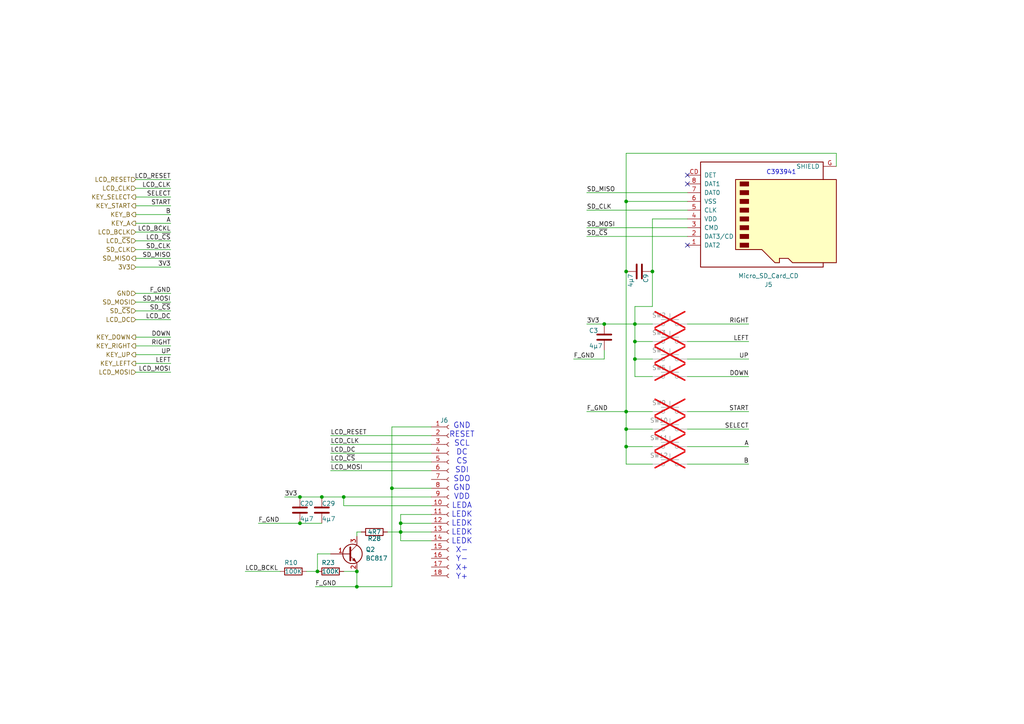
<source format=kicad_sch>
(kicad_sch (version 20231120) (generator "eeschema") (generator_version "8.0")
  (paper "A4")
  (lib_symbols
    (symbol "Connector:Conn_01x18_Socket" (pin_names (offset 1.016) hide)
      (property "Reference" "J" (at 0 22.86 0))
      (property "Value" "Conn_01x18_Socket" (at 0 -25.4 0))
      (symbol "Conn_01x18_Socket_1_1"
        (arc (start 0 -22.352) (mid -0.5058 -22.86) (end 0 -23.368) (stroke (width 0.1524)))
        (arc (start 0 -19.812) (mid -0.5058 -20.32) (end 0 -20.828) (stroke (width 0.1524)))
        (arc (start 0 -17.272) (mid -0.5058 -17.78) (end 0 -18.288) (stroke (width 0.1524)))
        (arc (start 0 -14.732) (mid -0.5058 -15.24) (end 0 -15.748) (stroke (width 0.1524)))
        (arc (start 0 -12.192) (mid -0.5058 -12.7) (end 0 -13.208) (stroke (width 0.1524)))
        (arc (start 0 -9.652) (mid -0.5058 -10.16) (end 0 -10.668) (stroke (width 0.1524)))
        (arc (start 0 -7.112) (mid -0.5058 -7.62) (end 0 -8.128) (stroke (width 0.1524)))
        (arc (start 0 -4.572) (mid -0.5058 -5.08) (end 0 -5.588) (stroke (width 0.1524)))
        (arc (start 0 -2.032) (mid -0.5058 -2.54) (end 0 -3.048) (stroke (width 0.1524)))
        (polyline (pts (xy -1.27 -22.86) (xy -0.508 -22.86)) (stroke (width 0.1524)))
        (polyline (pts (xy -1.27 -20.32) (xy -0.508 -20.32)) (stroke (width 0.1524)))
        (polyline (pts (xy -1.27 -17.78) (xy -0.508 -17.78)) (stroke (width 0.1524)))
        (polyline (pts (xy -1.27 -15.24) (xy -0.508 -15.24)) (stroke (width 0.1524)))
        (polyline (pts (xy -1.27 -12.7) (xy -0.508 -12.7)) (stroke (width 0.1524)))
        (polyline (pts (xy -1.27 -10.16) (xy -0.508 -10.16)) (stroke (width 0.1524)))
        (polyline (pts (xy -1.27 -7.62) (xy -0.508 -7.62)) (stroke (width 0.1524)))
        (polyline (pts (xy -1.27 -5.08) (xy -0.508 -5.08)) (stroke (width 0.1524)))
        (polyline (pts (xy -1.27 -2.54) (xy -0.508 -2.54)) (stroke (width 0.1524)))
        (polyline (pts (xy -1.27 0) (xy -0.508 0)) (stroke (width 0.1524)))
        (polyline (pts (xy -1.27 2.54) (xy -0.508 2.54)) (stroke (width 0.1524)))
        (polyline (pts (xy -1.27 5.08) (xy -0.508 5.08)) (stroke (width 0.1524)))
        (polyline (pts (xy -1.27 7.62) (xy -0.508 7.62)) (stroke (width 0.1524)))
        (polyline (pts (xy -1.27 10.16) (xy -0.508 10.16)) (stroke (width 0.1524)))
        (polyline (pts (xy -1.27 12.7) (xy -0.508 12.7)) (stroke (width 0.1524)))
        (polyline (pts (xy -1.27 15.24) (xy -0.508 15.24)) (stroke (width 0.1524)))
        (polyline (pts (xy -1.27 17.78) (xy -0.508 17.78)) (stroke (width 0.1524)))
        (polyline (pts (xy -1.27 20.32) (xy -0.508 20.32)) (stroke (width 0.1524)))
        (arc (start 0 0.508) (mid -0.5058 0) (end 0 -0.508) (stroke (width 0.1524)))
        (arc (start 0 3.048) (mid -0.5058 2.54) (end 0 2.032) (stroke (width 0.1524)))
        (arc (start 0 5.588) (mid -0.5058 5.08) (end 0 4.572) (stroke (width 0.1524)))
        (arc (start 0 8.128) (mid -0.5058 7.62) (end 0 7.112) (stroke (width 0.1524)))
        (arc (start 0 10.668) (mid -0.5058 10.16) (end 0 9.652) (stroke (width 0.1524)))
        (arc (start 0 13.208) (mid -0.5058 12.7) (end 0 12.192) (stroke (width 0.1524)))
        (arc (start 0 15.748) (mid -0.5058 15.24) (end 0 14.732) (stroke (width 0.1524)))
        (arc (start 0 18.288) (mid -0.5058 17.78) (end 0 17.272) (stroke (width 0.1524)))
        (arc (start 0 20.828) (mid -0.5058 20.32) (end 0 19.812) (stroke (width 0.1524)))
        (pin passive line (at -5.08 20.32 0) (length 3.81) (name "Pin_1") (number "1"))
        (pin passive line (at -5.08 -2.54 0) (length 3.81) (name "Pin_10") (number "10"))
        (pin passive line (at -5.08 -5.08 0) (length 3.81) (name "Pin_11") (number "11"))
        (pin passive line (at -5.08 -7.62 0) (length 3.81) (name "Pin_12") (number "12"))
        (pin passive line (at -5.08 -10.16 0) (length 3.81) (name "Pin_13") (number "13"))
        (pin passive line (at -5.08 -12.7 0) (length 3.81) (name "Pin_14") (number "14"))
        (pin passive line (at -5.08 -15.24 0) (length 3.81) (name "Pin_15") (number "15"))
        (pin passive line (at -5.08 -17.78 0) (length 3.81) (name "Pin_16") (number "16"))
        (pin passive line (at -5.08 -20.32 0) (length 3.81) (name "Pin_17") (number "17"))
        (pin passive line (at -5.08 -22.86 0) (length 3.81) (name "Pin_18") (number "18"))
        (pin passive line (at -5.08 17.78 0) (length 3.81) (name "Pin_2") (number "2"))
        (pin passive line (at -5.08 15.24 0) (length 3.81) (name "Pin_3") (number "3"))
        (pin passive line (at -5.08 12.7 0) (length 3.81) (name "Pin_4") (number "4"))
        (pin passive line (at -5.08 10.16 0) (length 3.81) (name "Pin_5") (number "5"))
        (pin passive line (at -5.08 7.62 0) (length 3.81) (name "Pin_6") (number "6"))
        (pin passive line (at -5.08 5.08 0) (length 3.81) (name "Pin_7") (number "7"))
        (pin passive line (at -5.08 2.54 0) (length 3.81) (name "Pin_8") (number "8"))
        (pin passive line (at -5.08 0 0) (length 3.81) (name "Pin_9") (number "9"))
      )
    )
    (symbol "Device:C" (pin_numbers hide) (pin_names (offset 0.254))
      (property "Reference" "C" (at 0.635 2.54 0))
      (property "Value" "C" (at 0.635 -2.54 0))
      (symbol "C_0_1"
        (polyline (pts (xy -2.032 -0.762) (xy 2.032 -0.762)) (stroke (width 0.508)))
        (polyline (pts (xy -2.032 0.762) (xy 2.032 0.762)) (stroke (width 0.508)))
      )
      (symbol "C_1_1"
        (pin passive line (at 0 3.81 270) (length 2.794) (name "~") (number "1"))
        (pin passive line (at 0 -3.81 90) (length 2.794) (name "~") (number "2"))
      )
    )
    (symbol "Device:R" (pin_numbers hide) (pin_names (offset 0))
      (property "Reference" "R" (at 2.032 0 90))
      (property "Value" "R" (at 0 0 90))
      (symbol "R_0_1"
        (rectangle (start -1.016 -2.54) (end 1.016 2.54) (stroke (width 0.254)))
      )
      (symbol "R_1_1"
        (pin passive line (at 0 3.81 270) (length 1.27) (name "~") (number "1"))
        (pin passive line (at 0 -3.81 90) (length 1.27) (name "~") (number "2"))
      )
    )
    (symbol "Switch:SW_Push" (pin_numbers hide) (pin_names (offset 1.016) hide)
      (property "Reference" "SW" (at 1.27 2.54 0))
      (property "Value" "SW_Push" (at 0 -1.524 0))
      (symbol "SW_Push_0_1"
        (circle (center -2.032 0) (radius 0.508))
        (polyline (pts (xy 0 1.27) (xy 0 3.048)))
        (polyline (pts (xy 2.54 1.27) (xy -2.54 1.27)))
        (circle (center 2.032 0) (radius 0.508))
        (pin passive line (at -5.08 0 0) (length 2.54) (name "1") (number "1"))
        (pin passive line (at 5.08 0 180) (length 2.54) (name "2") (number "2"))
      )
    )
    (symbol "TheBrutzlers_Lib:Micro_SD_Card_CD" (pin_names (offset 1.016))
      (property "Reference" "J" (at -16.51 15.24 0))
      (property "Value" "Micro_SD_Card_CD" (at 16.51 15.24 0))
      (symbol "Micro_SD_Card_CD_0_1"
        (rectangle (start -7.62 -9.525) (end -5.08 -10.795) (fill (type outline)))
        (rectangle (start -7.62 -6.985) (end -5.08 -8.255) (fill (type outline)))
        (rectangle (start -7.62 -4.445) (end -5.08 -5.715) (fill (type outline)))
        (rectangle (start -7.62 -1.905) (end -5.08 -3.175) (fill (type outline)))
        (rectangle (start -7.62 0.635) (end -5.08 -0.635) (fill (type outline)))
        (rectangle (start -7.62 3.175) (end -5.08 1.905) (fill (type outline)))
        (rectangle (start -7.62 5.715) (end -5.08 4.445) (fill (type outline)))
        (rectangle (start -7.62 8.255) (end -5.08 6.985) (fill (type outline)))
        (polyline (pts (xy 16.51 12.7) (xy 16.51 13.97) (xy -19.05 13.97) (xy -19.05 -16.51) (xy 16.51 -16.51) (xy 16.51 -11.43)) (stroke (width 0.254)))
        (polyline (pts (xy -8.89 -11.43) (xy -8.89 8.89) (xy -1.27 8.89) (xy 2.54 12.7) (xy 3.81 12.7) (xy 3.81 11.43) (xy 6.35 11.43) (xy 7.62 12.7) (xy 20.32 12.7) (xy 20.32 -11.43) (xy -8.89 -11.43)) (stroke (width 0.254)) (fill (type background)))
      )
      (symbol "Micro_SD_Card_CD_1_1"
        (pin bidirectional line (at -22.86 7.62 0) (length 3.81) (name "DAT2") (number "1"))
        (pin bidirectional line (at -22.86 5.08 0) (length 3.81) (name "DAT3/CD") (number "2"))
        (pin input line (at -22.86 2.54 0) (length 3.81) (name "CMD") (number "3"))
        (pin power_in line (at -22.86 0 0) (length 3.81) (name "VDD") (number "4"))
        (pin input line (at -22.86 -2.54 0) (length 3.81) (name "CLK") (number "5"))
        (pin power_in line (at -22.86 -5.08 0) (length 3.81) (name "VSS") (number "6"))
        (pin bidirectional line (at -22.86 -7.62 0) (length 3.81) (name "DAT0") (number "7"))
        (pin bidirectional line (at -22.86 -10.16 0) (length 3.81) (name "DAT1") (number "8"))
        (pin output line (at -22.86 -12.7 0) (length 3.81) (name "DET") (number "CD"))
        (pin power_in line (at 20.32 -15.24 180) (length 3.81) (name "SHIELD") (number "G"))
      )
    )
    (symbol "Transistor_BJT:BC817" (pin_names (offset 0) hide)
      (property "Reference" "Q" (at 5.08 1.905 0))
      (property "Value" "BC817" (at 5.08 0 0))
      (symbol "BC817_0_1"
        (polyline (pts (xy 0.635 0.635) (xy 2.54 2.54)))
        (polyline (pts (xy 0.635 -0.635) (xy 2.54 -2.54) (xy 2.54 -2.54)))
        (polyline (pts (xy 0.635 1.905) (xy 0.635 -1.905) (xy 0.635 -1.905)) (stroke (width 0.508)))
        (polyline (pts (xy 1.27 -1.778) (xy 1.778 -1.27) (xy 2.286 -2.286) (xy 1.27 -1.778) (xy 1.27 -1.778)) (fill (type outline)))
        (circle (center 1.27 0) (radius 2.8194) (stroke (width 0.254)))
      )
      (symbol "BC817_1_1"
        (pin input line (at -5.08 0 0) (length 5.715) (name "B") (number "1"))
        (pin passive line (at 2.54 -5.08 90) (length 2.54) (name "E") (number "2"))
        (pin passive line (at 2.54 5.08 270) (length 2.54) (name "C") (number "3"))
      )
    )
  )
  (junction (at 103.505 165.735))
  (junction (at 116.205 154.305))
  (junction (at 86.995 151.765))
  (junction (at 86.995 144.145))
  (junction (at 181.61 129.54))
  (junction (at 92.075 165.735))
  (junction (at 181.61 124.46))
  (junction (at 184.15 104.14))
  (junction (at 93.345 144.145))
  (junction (at 175.26 93.98))
  (junction (at 113.665 141.605))
  (junction (at 116.205 151.765))
  (junction (at 184.15 99.06))
  (junction (at 181.61 78.74))
  (junction (at 189.23 78.74))
  (junction (at 99.695 144.145))
  (junction (at 184.15 93.98))
  (junction (at 181.61 119.38))
  (junction (at 181.61 58.42))
  (junction (at 103.505 170.18))
  (no_connect (at 199.39 71.12))
  (no_connect (at 199.39 53.34))
  (no_connect (at 199.39 50.8))
  (wire (pts (xy 199.39 109.22) (xy 217.17 109.22)))
  (wire (pts (xy 104.775 154.305) (xy 103.505 154.305)))
  (wire (pts (xy 199.39 63.5) (xy 189.23 63.5)))
  (wire (pts (xy 49.53 77.47) (xy 39.37 77.47)))
  (wire (pts (xy 39.37 72.39) (xy 49.53 72.39)))
  (wire (pts (xy 95.885 126.365) (xy 125.095 126.365)))
  (wire (pts (xy 113.665 123.825) (xy 125.095 123.825)))
  (wire (pts (xy 49.53 100.33) (xy 39.37 100.33)))
  (wire (pts (xy 181.61 119.38) (xy 189.23 119.38)))
  (wire (pts (xy 242.57 44.45) (xy 181.61 44.45)))
  (wire (pts (xy 49.53 102.87) (xy 39.37 102.87)))
  (wire (pts (xy 99.695 144.145) (xy 99.695 146.685)))
  (wire (pts (xy 39.37 52.07) (xy 49.53 52.07)))
  (wire (pts (xy 116.205 151.765) (xy 116.205 149.225)))
  (wire (pts (xy 95.885 128.905) (xy 125.095 128.905)))
  (wire (pts (xy 170.18 93.98) (xy 175.26 93.98)))
  (wire (pts (xy 49.53 74.93) (xy 39.37 74.93)))
  (wire (pts (xy 113.665 141.605) (xy 125.095 141.605)))
  (wire (pts (xy 113.665 123.825) (xy 113.665 141.605)))
  (wire (pts (xy 199.39 99.06) (xy 217.17 99.06)))
  (wire (pts (xy 92.075 160.655) (xy 92.075 165.735)))
  (wire (pts (xy 39.37 67.31) (xy 49.53 67.31)))
  (wire (pts (xy 184.15 109.22) (xy 189.23 109.22)))
  (wire (pts (xy 184.15 104.14) (xy 184.15 109.22)))
  (wire (pts (xy 199.39 93.98) (xy 217.17 93.98)))
  (wire (pts (xy 82.55 144.145) (xy 86.995 144.145)))
  (wire (pts (xy 95.885 160.655) (xy 92.075 160.655)))
  (wire (pts (xy 242.57 48.26) (xy 242.57 44.45)))
  (wire (pts (xy 93.345 144.145) (xy 99.695 144.145)))
  (wire (pts (xy 181.61 134.62) (xy 189.23 134.62)))
  (wire (pts (xy 184.15 93.98) (xy 184.15 99.06)))
  (wire (pts (xy 116.205 151.765) (xy 125.095 151.765)))
  (wire (pts (xy 181.61 58.42) (xy 199.39 58.42)))
  (wire (pts (xy 99.695 146.685) (xy 125.095 146.685)))
  (wire (pts (xy 49.53 62.23) (xy 39.37 62.23)))
  (wire (pts (xy 49.53 105.41) (xy 39.37 105.41)))
  (wire (pts (xy 49.53 57.15) (xy 39.37 57.15)))
  (wire (pts (xy 39.37 54.61) (xy 49.53 54.61)))
  (wire (pts (xy 116.205 154.305) (xy 116.205 151.765)))
  (wire (pts (xy 199.39 66.04) (xy 170.18 66.04)))
  (wire (pts (xy 181.61 78.74) (xy 181.61 119.38)))
  (wire (pts (xy 175.26 104.14) (xy 166.37 104.14)))
  (wire (pts (xy 95.885 133.985) (xy 125.095 133.985)))
  (wire (pts (xy 175.26 101.6) (xy 175.26 104.14)))
  (wire (pts (xy 175.26 93.98) (xy 184.15 93.98)))
  (wire (pts (xy 181.61 119.38) (xy 181.61 124.46)))
  (wire (pts (xy 170.18 60.96) (xy 199.39 60.96)))
  (wire (pts (xy 199.39 68.58) (xy 170.18 68.58)))
  (wire (pts (xy 103.505 165.735) (xy 103.505 170.18)))
  (wire (pts (xy 86.995 144.145) (xy 93.345 144.145)))
  (wire (pts (xy 91.44 170.18) (xy 103.505 170.18)))
  (wire (pts (xy 116.205 149.225) (xy 125.095 149.225)))
  (wire (pts (xy 113.665 141.605) (xy 113.665 170.18)))
  (wire (pts (xy 199.39 124.46) (xy 217.17 124.46)))
  (wire (pts (xy 181.61 129.54) (xy 181.61 134.62)))
  (wire (pts (xy 181.61 58.42) (xy 181.61 78.74)))
  (wire (pts (xy 184.15 93.98) (xy 189.23 93.98)))
  (wire (pts (xy 49.53 107.95) (xy 39.37 107.95)))
  (wire (pts (xy 184.15 99.06) (xy 189.23 99.06)))
  (wire (pts (xy 99.695 144.145) (xy 125.095 144.145)))
  (wire (pts (xy 181.61 124.46) (xy 189.23 124.46)))
  (wire (pts (xy 116.205 156.845) (xy 125.095 156.845)))
  (wire (pts (xy 116.205 154.305) (xy 125.095 154.305)))
  (wire (pts (xy 181.61 129.54) (xy 189.23 129.54)))
  (wire (pts (xy 74.93 151.765) (xy 86.995 151.765)))
  (wire (pts (xy 49.53 97.79) (xy 39.37 97.79)))
  (wire (pts (xy 49.53 59.69) (xy 39.37 59.69)))
  (wire (pts (xy 199.39 119.38) (xy 217.17 119.38)))
  (wire (pts (xy 189.23 63.5) (xy 189.23 78.74)))
  (wire (pts (xy 49.53 87.63) (xy 39.37 87.63)))
  (wire (pts (xy 49.53 69.85) (xy 39.37 69.85)))
  (wire (pts (xy 103.505 154.305) (xy 103.505 155.575)))
  (wire (pts (xy 199.39 134.62) (xy 217.17 134.62)))
  (wire (pts (xy 95.885 131.445) (xy 125.095 131.445)))
  (wire (pts (xy 95.885 136.525) (xy 125.095 136.525)))
  (wire (pts (xy 184.15 88.9) (xy 184.15 93.98)))
  (wire (pts (xy 112.395 154.305) (xy 116.205 154.305)))
  (wire (pts (xy 49.53 92.71) (xy 39.37 92.71)))
  (wire (pts (xy 181.61 44.45) (xy 181.61 58.42)))
  (wire (pts (xy 184.15 99.06) (xy 184.15 104.14)))
  (wire (pts (xy 184.15 104.14) (xy 189.23 104.14)))
  (wire (pts (xy 49.53 64.77) (xy 39.37 64.77)))
  (wire (pts (xy 116.205 156.845) (xy 116.205 154.305)))
  (wire (pts (xy 199.39 129.54) (xy 217.17 129.54)))
  (wire (pts (xy 170.18 119.38) (xy 181.61 119.38)))
  (wire (pts (xy 199.39 104.14) (xy 217.17 104.14)))
  (wire (pts (xy 170.18 55.88) (xy 199.39 55.88)))
  (wire (pts (xy 71.12 165.735) (xy 81.28 165.735)))
  (wire (pts (xy 88.9 165.735) (xy 92.075 165.735)))
  (wire (pts (xy 49.53 85.09) (xy 39.37 85.09)))
  (wire (pts (xy 103.505 170.18) (xy 113.665 170.18)))
  (wire (pts (xy 181.61 124.46) (xy 181.61 129.54)))
  (wire (pts (xy 99.695 165.735) (xy 103.505 165.735)))
  (wire (pts (xy 184.15 88.9) (xy 189.23 88.9)))
  (wire (pts (xy 49.53 90.17) (xy 39.37 90.17)))
  (wire (pts (xy 189.23 88.9) (xy 189.23 78.74)))
  (wire (pts (xy 86.995 151.765) (xy 93.345 151.765)))
  (text "GND\nRESET\nSCL\nDC\nCS\nSDI\nSDO\nGND\nVDD\nLEDA\nLEDK\nLEDK\nLEDK\nLEDK\nX-\nY-\nX+\nY+\n" (at 133.985 145.415 0) (effects (font (size 1.6002 1.6002))))
  (text "C393941" (at 222.25 50.8 0) (effects (font (size 1.27 1.27)) (justify left bottom)))
  (label "F_GND" (at 166.37 104.14 0))
  (label "UP" (at 217.17 104.14 180))
  (label "START" (at 217.17 119.38 180))
  (label "B" (at 217.17 134.62 180))
  (label "SD_~{CS}" (at 170.18 68.58 0))
  (label "DOWN" (at 217.17 109.22 180))
  (label "SD_MOSI" (at 170.18 66.04 0))
  (label "LCD_BCKL" (at 49.53 67.31 180))
  (label "LEFT" (at 217.17 99.06 180))
  (label "LCD_BCKL" (at 71.12 165.735 0))
  (label "LCD_~{CS}" (at 49.53 69.85 180))
  (label "LCD_RESET" (at 49.53 52.07 180))
  (label "SD_MISO" (at 170.18 55.88 0))
  (label "F_GND" (at 49.53 85.09 180))
  (label "START" (at 49.53 59.69 180))
  (label "B" (at 49.53 62.23 180))
  (label "RIGHT" (at 49.53 100.33 180))
  (label "LEFT" (at 49.53 105.41 180))
  (label "RIGHT" (at 217.17 93.98 180))
  (label "LCD_DC" (at 95.885 131.445 0))
  (label "3V3" (at 82.55 144.145 0))
  (label "LCD_~{CS}" (at 95.885 133.985 0))
  (label "SD_~{CS}" (at 49.53 90.17 180))
  (label "F_GND" (at 91.44 170.18 0))
  (label "LCD_MOSI" (at 49.53 107.95 180))
  (label "3V3" (at 170.18 93.98 0))
  (label "SD_CLK" (at 170.18 60.96 0))
  (label "LCD_MOSI" (at 95.885 136.525 0))
  (label "LCD_CLK" (at 49.53 54.61 180))
  (label "SD_MOSI" (at 49.53 87.63 180))
  (label "SD_CLK" (at 49.53 72.39 180))
  (label "LCD_DC" (at 49.53 92.71 180))
  (label "A" (at 49.53 64.77 180))
  (label "UP" (at 49.53 102.87 180))
  (label "SD_MISO" (at 49.53 74.93 180))
  (label "3V3" (at 49.53 77.47 180))
  (label "SELECT" (at 49.53 57.15 180))
  (label "DOWN" (at 49.53 97.79 180))
  (label "LCD_RESET" (at 95.885 126.365 0))
  (label "SELECT" (at 217.17 124.46 180))
  (label "LCD_CLK" (at 95.885 128.905 0))
  (label "F_GND" (at 74.93 151.765 0))
  (label "A" (at 217.17 129.54 180))
  (label "F_GND" (at 170.18 119.38 0))
  (hierarchical_label "LCD_RESET" (shape input) (at 39.37 52.07 180))
  (hierarchical_label "KEY_LEFT" (shape output) (at 39.37 105.41 180))
  (hierarchical_label "KEY_DOWN" (shape output) (at 39.37 97.79 180))
  (hierarchical_label "KEY_RIGHT" (shape output) (at 39.37 100.33 180))
  (hierarchical_label "SD_MOSI" (shape input) (at 39.37 87.63 180))
  (hierarchical_label "LCD_CLK" (shape input) (at 39.37 54.61 180))
  (hierarchical_label "KEY_A" (shape output) (at 39.37 64.77 180))
  (hierarchical_label "SD_MISO" (shape output) (at 39.37 74.93 180))
  (hierarchical_label "GND" (shape input) (at 39.37 85.09 180))
  (hierarchical_label "SD_~{CS}" (shape input) (at 39.37 90.17 180))
  (hierarchical_label "3V3" (shape input) (at 39.37 77.47 180))
  (hierarchical_label "KEY_START" (shape output) (at 39.37 59.69 180))
  (hierarchical_label "LCD_~{CS}" (shape input) (at 39.37 69.85 180))
  (hierarchical_label "KEY_B" (shape output) (at 39.37 62.23 180))
  (hierarchical_label "SD_CLK" (shape input) (at 39.37 72.39 180))
  (hierarchical_label "LCD_DC" (shape input) (at 39.37 92.71 180))
  (hierarchical_label "KEY_UP" (shape output) (at 39.37 102.87 180))
  (hierarchical_label "LCD_MOSI" (shape input) (at 39.37 107.95 180))
  (hierarchical_label "LCD_BCLK" (shape input) (at 39.37 67.31 180))
  (hierarchical_label "KEY_SELECT" (shape output) (at 39.37 57.15 180))
  (symbol (lib_id "Transistor_BJT:BC817") (at 100.965 160.655 0) (unit 1)
    (property "Reference" "Q2" (at 106.045 159.3849 0) (effects (justify left)))
    (property "Value" "BC817" (at 106.045 161.9249 0) (effects (justify left)))
    (property "Footprint" "Package_TO_SOT_SMD:SOT-323_SC-70" (effects (hide yes)))
    (property "Datasheet" "https://www.onsemi.com/pub/Collateral/BC818-D.pdf" (effects (hide yes)))
    (property "Description" "0.8A Ic, 45V Vce, NPN Transistor, SOT-23" (effects (hide yes)))
    (property "LCSC" "C605312" (effects (hide yes)))
    (property "SOURCED" "ok" (effects (hide yes)))
  )
  (symbol (lib_id "Connector:Conn_01x18_Socket") (at 130.175 144.145 0) (unit 1)
    (property "Reference" "J6" (at 127.635 121.92 0) (effects (justify left)))
    (property "Value" "Conn_01x18_Socket" (effects (hide yes)))
    (property "Footprint" "TheBrutzlers_Lib:solder connector 0.8mm 18 pin" (effects (hide yes)))
    (property "Description" "Generic connector, single row, 01x18, script generated" (effects (hide yes)))
  )
  (symbol (lib_id "TheBrutzlers_Lib:Micro_SD_Card_CD") (at 222.25 63.5 0) (mirror x) (unit 1)
    (property "Reference" "J5" (at 222.885 82.55 0))
    (property "Value" "Micro_SD_Card_CD" (at 222.885 80.01 0))
    (property "Footprint" "TheBrutzlers_Lib:MicroSD_Self_ bomb" (effects (hide yes)))
    (property "Datasheet" "https://datasheet.lcsc.com/lcsc/1912111437_SHOU-HAN-TF-PUSH_C393941.pdf" (effects (hide yes)))
    (property "LCSC" "C393941" (effects (hide yes)))
    (property "SOURCED" "ok" (effects (hide yes)))
  )
  (symbol (lib_id "Switch:SW_Push") (at 194.31 109.22 0) (unit 1) (dnp yes)
    (property "Reference" "SW5" (at 191.135 106.68 0))
    (property "Value" "SW_Push" (effects (hide yes)))
    (property "Footprint" "TheBrutzlers_Lib:RubberpadButton_250µ_250µ" (effects (hide yes)))
  )
  (symbol (lib_id "Device:C") (at 175.26 97.79 0) (unit 1)
    (property "Reference" "C3" (at 170.815 95.885 0) (effects (justify left)))
    (property "Value" "4µ7" (at 170.815 100.33 0) (effects (justify left)))
    (property "Footprint" "Capacitor_SMD:C_0603_1608Metric" (effects (hide yes)))
    (property "Description" "25V" (effects (hide yes)))
    (property "LCSC" "C69335" (effects (hide yes)))
    (property "SOURCED" "ok" (effects (hide yes)))
  )
  (symbol (lib_id "Device:C") (at 185.42 78.74 270) (unit 1)
    (property "Reference" "C9" (at 187.325 79.375 0) (effects (justify left)))
    (property "Value" "4µ7" (at 182.88 79.375 0) (effects (justify left)))
    (property "Footprint" "Capacitor_SMD:C_0603_1608Metric" (effects (hide yes)))
    (property "Description" "25V" (effects (hide yes)))
    (property "LCSC" "C69335" (effects (hide yes)))
    (property "SOURCED" "ok" (effects (hide yes)))
  )
  (symbol (lib_id "Device:R") (at 95.885 165.735 90) (unit 1)
    (property "Reference" "R23" (at 97.155 163.195 90) (effects (justify left)))
    (property "Value" "100K" (at 98.425 165.735 90) (effects (justify left)))
    (property "Footprint" "Resistor_SMD:R_0603_1608Metric" (effects (hide yes)))
    (property "LCSC" "C15458" (effects (hide yes)))
    (property "SOURCED" "ok" (effects (hide yes)))
  )
  (symbol (lib_id "Device:R") (at 108.585 154.305 90) (unit 1)
    (property "Reference" "R28" (at 108.585 156.21 90))
    (property "Value" "4R7" (at 108.585 154.305 90))
    (property "Footprint" "Resistor_SMD:R_0603_1608Metric" (effects (hide yes)))
    (property "LCSC" "C491192" (effects (hide yes)))
    (property "SOURCED" "ok" (effects (hide yes)))
  )
  (symbol (lib_id "Device:R") (at 85.09 165.735 90) (unit 1)
    (property "Reference" "R10" (at 86.36 163.195 90) (effects (justify left)))
    (property "Value" "100K" (at 87.63 165.735 90) (effects (justify left)))
    (property "Footprint" "Resistor_SMD:R_0603_1608Metric" (effects (hide yes)))
    (property "LCSC" "C15458" (effects (hide yes)))
    (property "SOURCED" "ok" (effects (hide yes)))
  )
  (symbol (lib_id "Switch:SW_Push") (at 194.31 129.54 0) (unit 1) (dnp yes)
    (property "Reference" "SW11" (at 191.135 127 0))
    (property "Value" "SW_Push" (effects (hide yes)))
    (property "Footprint" "TheBrutzlers_Lib:RubberpadButton_250µ_250µ" (effects (hide yes)))
  )
  (symbol (lib_id "Switch:SW_Push") (at 194.31 134.62 0) (unit 1) (dnp yes)
    (property "Reference" "SW12" (at 191.135 132.08 0))
    (property "Value" "SW_Push" (effects (hide yes)))
    (property "Footprint" "TheBrutzlers_Lib:RubberpadButton_250µ_250µ" (effects (hide yes)))
  )
  (symbol (lib_id "Switch:SW_Push") (at 194.31 93.98 0) (unit 1) (dnp yes)
    (property "Reference" "SW2" (at 191.135 91.44 0))
    (property "Value" "SW_Push" (effects (hide yes)))
    (property "Footprint" "TheBrutzlers_Lib:RubberpadButton_250µ_250µ" (effects (hide yes)))
  )
  (symbol (lib_id "Switch:SW_Push") (at 194.31 104.14 0) (unit 1) (dnp yes)
    (property "Reference" "SW4" (at 191.135 101.6 0))
    (property "Value" "SW_Push" (effects (hide yes)))
    (property "Footprint" "TheBrutzlers_Lib:RubberpadButton_250µ_250µ" (effects (hide yes)))
  )
  (symbol (lib_id "Device:C") (at 86.995 147.955 0) (unit 1)
    (property "Reference" "C20" (at 86.995 146.05 0) (effects (justify left)))
    (property "Value" "4µ7" (at 86.995 150.495 0) (effects (justify left)))
    (property "Footprint" "Capacitor_SMD:C_0603_1608Metric" (effects (hide yes)))
    (property "Description" "25V" (effects (hide yes)))
    (property "LCSC" "C69335" (effects (hide yes)))
    (property "SOURCED" "ok" (effects (hide yes)))
  )
  (symbol (lib_id "Switch:SW_Push") (at 194.31 119.38 0) (unit 1) (dnp yes)
    (property "Reference" "SW9" (at 191.135 116.84 0))
    (property "Value" "SW_Push" (effects (hide yes)))
    (property "Footprint" "TheBrutzlers_Lib:RubberpadButton_250µ_250µ" (effects (hide yes)))
  )
  (symbol (lib_id "Device:C") (at 93.345 147.955 0) (unit 1)
    (property "Reference" "C29" (at 93.345 146.05 0) (effects (justify left)))
    (property "Value" "4µ7" (at 93.345 150.495 0) (effects (justify left)))
    (property "Footprint" "Capacitor_SMD:C_0603_1608Metric" (effects (hide yes)))
    (property "Description" "25V" (effects (hide yes)))
    (property "LCSC" "C69335" (effects (hide yes)))
    (property "SOURCED" "ok" (effects (hide yes)))
  )
  (symbol (lib_id "Switch:SW_Push") (at 194.31 99.06 0) (unit 1) (dnp yes)
    (property "Reference" "SW3" (at 191.135 96.52 0))
    (property "Value" "SW_Push" (effects (hide yes)))
    (property "Footprint" "TheBrutzlers_Lib:RubberpadButton_250µ_250µ" (effects (hide yes)))
  )
  (symbol (lib_id "Switch:SW_Push") (at 194.31 124.46 0) (unit 1) (dnp yes)
    (property "Reference" "SW10" (at 191.135 121.92 0))
    (property "Value" "SW_Push" (effects (hide yes)))
    (property "Footprint" "TheBrutzlers_Lib:RubberpadButton_250µ_250µ" (effects (hide yes)))
  )
)
</source>
